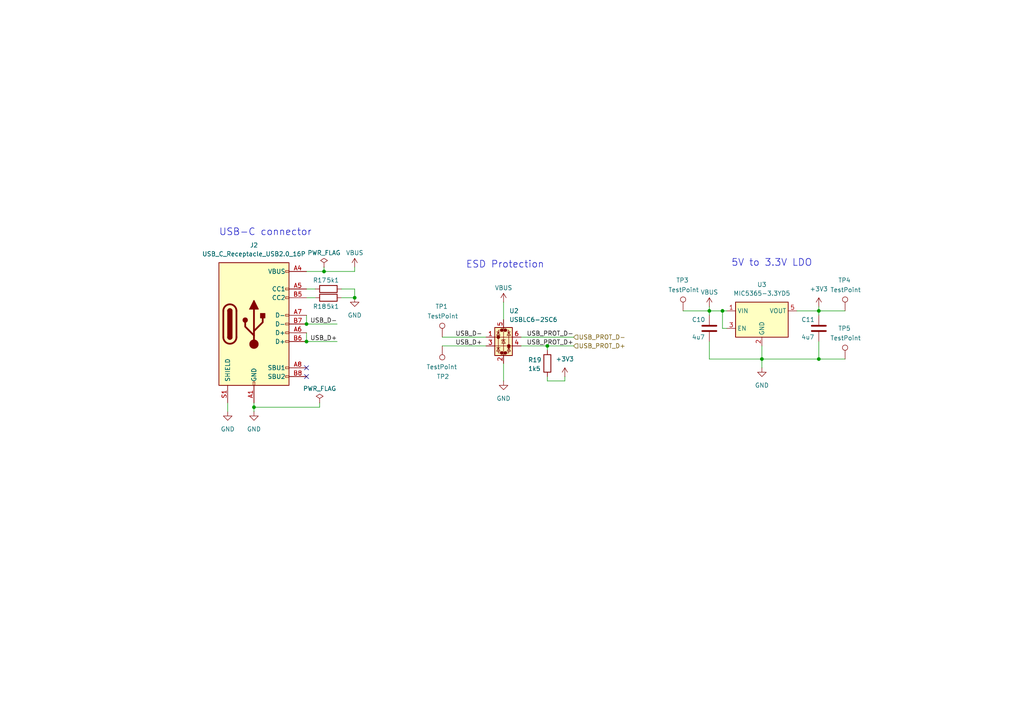
<source format=kicad_sch>
(kicad_sch (version 20231120) (generator "eeschema") (generator_version "8.0")
  (paper "A4")
  (lib_symbols
    (symbol "Connector:TestPoint" (pin_numbers hide) (pin_names (offset 0.762) hide)
      (property "Reference" "TP" (at 0 6.858 0))
      (property "Value" "TestPoint" (at 0 5.08 0))
      (symbol "TestPoint_0_1"
        (circle (center 0 3.302) (radius 0.762))
      )
      (symbol "TestPoint_1_1"
        (pin passive line (at 0 0 90) (length 2.54) (name "1") (number "1"))
      )
    )
    (symbol "Connector:USB_C_Receptacle_USB2.0_16P" (pin_names (offset 1.016))
      (property "Reference" "J" (at 0 22.225 0))
      (property "Value" "USB_C_Receptacle_USB2.0_16P" (at 0 19.685 0))
      (symbol "USB_C_Receptacle_USB2.0_16P_0_0"
        (rectangle (start -0.254 -17.78) (end 0.254 -16.764))
        (rectangle (start 10.16 -14.986) (end 9.144 -15.494))
        (rectangle (start 10.16 -12.446) (end 9.144 -12.954))
        (rectangle (start 10.16 -4.826) (end 9.144 -5.334))
        (rectangle (start 10.16 -2.286) (end 9.144 -2.794))
        (rectangle (start 10.16 0.254) (end 9.144 -0.254))
        (rectangle (start 10.16 2.794) (end 9.144 2.286))
        (rectangle (start 10.16 7.874) (end 9.144 7.366))
        (rectangle (start 10.16 10.414) (end 9.144 9.906))
        (rectangle (start 10.16 15.494) (end 9.144 14.986))
      )
      (symbol "USB_C_Receptacle_USB2.0_16P_0_1"
        (rectangle (start -10.16 17.78) (end 10.16 -17.78) (stroke (width 0.254)) (fill (type background)))
        (arc (start -8.89 -3.81) (mid -6.985 -5.7067) (end -5.08 -3.81) (stroke (width 0.508)))
        (arc (start -7.62 -3.81) (mid -6.985 -4.4423) (end -6.35 -3.81) (stroke (width 0.254)))
        (arc (start -7.62 -3.81) (mid -6.985 -4.4423) (end -6.35 -3.81) (stroke (width 0.254)) (fill (type outline)))
        (rectangle (start -7.62 -3.81) (end -6.35 3.81) (stroke (width 0.254)) (fill (type outline)))
        (arc (start -6.35 3.81) (mid -6.985 4.4423) (end -7.62 3.81) (stroke (width 0.254)))
        (arc (start -6.35 3.81) (mid -6.985 4.4423) (end -7.62 3.81) (stroke (width 0.254)) (fill (type outline)))
        (arc (start -5.08 3.81) (mid -6.985 5.7067) (end -8.89 3.81) (stroke (width 0.508)))
        (circle (center -2.54 1.143) (radius 0.635) (stroke (width 0.254)) (fill (type outline)))
        (circle (center 0 -5.842) (radius 1.27) (fill (type outline)))
        (polyline (pts (xy -8.89 -3.81) (xy -8.89 3.81)) (stroke (width 0.508)))
        (polyline (pts (xy -5.08 3.81) (xy -5.08 -3.81)) (stroke (width 0.508)))
        (polyline (pts (xy 0 -5.842) (xy 0 4.318)) (stroke (width 0.508)))
        (polyline (pts (xy 0 -3.302) (xy -2.54 -0.762) (xy -2.54 0.508)) (stroke (width 0.508)))
        (polyline (pts (xy 0 -2.032) (xy 2.54 0.508) (xy 2.54 1.778)) (stroke (width 0.508)))
        (polyline (pts (xy -1.27 4.318) (xy 0 6.858) (xy 1.27 4.318) (xy -1.27 4.318)) (stroke (width 0.254)) (fill (type outline)))
        (rectangle (start 1.905 1.778) (end 3.175 3.048) (stroke (width 0.254)) (fill (type outline)))
      )
      (symbol "USB_C_Receptacle_USB2.0_16P_1_1"
        (pin passive line (at 0 -22.86 90) (length 5.08) (name "GND") (number "A1"))
        (pin passive line (at 0 -22.86 90) (length 5.08) hide (name "GND") (number "A12"))
        (pin passive line (at 15.24 15.24 180) (length 5.08) (name "VBUS") (number "A4"))
        (pin bidirectional line (at 15.24 10.16 180) (length 5.08) (name "CC1") (number "A5"))
        (pin bidirectional line (at 15.24 -2.54 180) (length 5.08) (name "D+") (number "A6"))
        (pin bidirectional line (at 15.24 2.54 180) (length 5.08) (name "D-") (number "A7"))
        (pin bidirectional line (at 15.24 -12.7 180) (length 5.08) (name "SBU1") (number "A8"))
        (pin passive line (at 15.24 15.24 180) (length 5.08) hide (name "VBUS") (number "A9"))
        (pin passive line (at 0 -22.86 90) (length 5.08) hide (name "GND") (number "B1"))
        (pin passive line (at 0 -22.86 90) (length 5.08) hide (name "GND") (number "B12"))
        (pin passive line (at 15.24 15.24 180) (length 5.08) hide (name "VBUS") (number "B4"))
        (pin bidirectional line (at 15.24 7.62 180) (length 5.08) (name "CC2") (number "B5"))
        (pin bidirectional line (at 15.24 -5.08 180) (length 5.08) (name "D+") (number "B6"))
        (pin bidirectional line (at 15.24 0 180) (length 5.08) (name "D-") (number "B7"))
        (pin bidirectional line (at 15.24 -15.24 180) (length 5.08) (name "SBU2") (number "B8"))
        (pin passive line (at 15.24 15.24 180) (length 5.08) hide (name "VBUS") (number "B9"))
        (pin passive line (at -7.62 -22.86 90) (length 5.08) (name "SHIELD") (number "S1"))
      )
    )
    (symbol "Device:C" (pin_numbers hide) (pin_names (offset 0.254))
      (property "Reference" "C" (at 0.635 2.54 0))
      (property "Value" "C" (at 0.635 -2.54 0))
      (symbol "C_0_1"
        (polyline (pts (xy -2.032 -0.762) (xy 2.032 -0.762)) (stroke (width 0.508)))
        (polyline (pts (xy -2.032 0.762) (xy 2.032 0.762)) (stroke (width 0.508)))
      )
      (symbol "C_1_1"
        (pin passive line (at 0 3.81 270) (length 2.794) (name "~") (number "1"))
        (pin passive line (at 0 -3.81 90) (length 2.794) (name "~") (number "2"))
      )
    )
    (symbol "Device:R" (pin_numbers hide) (pin_names (offset 0))
      (property "Reference" "R" (at 2.032 0 90))
      (property "Value" "R" (at 0 0 90))
      (symbol "R_0_1"
        (rectangle (start -1.016 -2.54) (end 1.016 2.54) (stroke (width 0.254)))
      )
      (symbol "R_1_1"
        (pin passive line (at 0 3.81 270) (length 1.27) (name "~") (number "1"))
        (pin passive line (at 0 -3.81 90) (length 1.27) (name "~") (number "2"))
      )
    )
    (symbol "Power_Protection:USBLC6-2SC6" (pin_names hide)
      (property "Reference" "U" (at 0.635 5.715 0))
      (property "Value" "USBLC6-2SC6" (at 0.635 3.81 0))
      (symbol "USBLC6-2SC6_0_0"
        (circle (center -1.524 0) (radius 0.0001) (stroke (width 0.508)))
        (circle (center -0.508 -4.572) (radius 0.0001) (stroke (width 0.508)))
        (circle (center -0.508 2.032) (radius 0.0001) (stroke (width 0.508)))
        (circle (center 0.508 -4.572) (radius 0.0001) (stroke (width 0.508)))
        (circle (center 0.508 2.032) (radius 0.0001) (stroke (width 0.508)))
        (circle (center 1.524 -2.54) (radius 0.0001) (stroke (width 0.508)))
      )
      (symbol "USBLC6-2SC6_0_1"
        (polyline (pts (xy -2.54 -2.54) (xy 2.54 -2.54)))
        (polyline (pts (xy -2.54 0) (xy 2.54 0)))
        (polyline (pts (xy -2.032 -3.048) (xy -1.016 -3.048)))
        (polyline (pts (xy -1.016 1.524) (xy -2.032 1.524)))
        (polyline (pts (xy 1.016 -3.048) (xy 2.032 -3.048)))
        (polyline (pts (xy 1.016 1.524) (xy 2.032 1.524)))
        (polyline (pts (xy -0.508 -1.143) (xy -0.508 -0.762) (xy 0.508 -0.762)))
        (polyline (pts (xy -2.032 0.508) (xy -1.016 0.508) (xy -1.524 1.524) (xy -2.032 0.508)))
        (polyline (pts (xy -1.016 -4.064) (xy -2.032 -4.064) (xy -1.524 -3.048) (xy -1.016 -4.064)))
        (polyline (pts (xy 0.508 -1.778) (xy -0.508 -1.778) (xy 0 -0.762) (xy 0.508 -1.778)))
        (polyline (pts (xy 2.032 -4.064) (xy 1.016 -4.064) (xy 1.524 -3.048) (xy 2.032 -4.064)))
        (polyline (pts (xy 2.032 0.508) (xy 1.016 0.508) (xy 1.524 1.524) (xy 2.032 0.508)))
        (polyline (pts (xy 0 2.54) (xy -0.508 2.032) (xy 0.508 2.032) (xy 0 1.524) (xy 0 -4.064) (xy -0.508 -4.572) (xy 0.508 -4.572) (xy 0 -5.08)))
      )
      (symbol "USBLC6-2SC6_1_1"
        (rectangle (start -2.54 2.794) (end 2.54 -5.334) (stroke (width 0.254)) (fill (type background)))
        (polyline (pts (xy -0.508 2.032) (xy -1.524 2.032) (xy -1.524 -4.572) (xy -0.508 -4.572)))
        (polyline (pts (xy 0.508 -4.572) (xy 1.524 -4.572) (xy 1.524 2.032) (xy 0.508 2.032)))
        (pin passive line (at -5.08 0 0) (length 2.54) (name "I/O1") (number "1"))
        (pin passive line (at 0 -7.62 90) (length 2.54) (name "GND") (number "2"))
        (pin passive line (at -5.08 -2.54 0) (length 2.54) (name "I/O2") (number "3"))
        (pin passive line (at 5.08 -2.54 180) (length 2.54) (name "I/O2") (number "4"))
        (pin passive line (at 0 5.08 270) (length 2.54) (name "VBUS") (number "5"))
        (pin passive line (at 5.08 0 180) (length 2.54) (name "I/O1") (number "6"))
      )
    )
    (symbol "Regulator_Linear:MIC5365-3.3YD5"
      (property "Reference" "U" (at -7.62 6.35 0))
      (property "Value" "MIC5365-3.3YD5" (at 0 6.35 0))
      (symbol "MIC5365-3.3YD5_0_1"
        (rectangle (start -7.62 -5.08) (end 7.62 5.08) (stroke (width 0.254)) (fill (type background)))
      )
      (symbol "MIC5365-3.3YD5_1_1"
        (pin power_in line (at -10.16 2.54 0) (length 2.54) (name "VIN") (number "1"))
        (pin power_in line (at 0 -7.62 90) (length 2.54) (name "GND") (number "2"))
        (pin input line (at -10.16 -2.54 0) (length 2.54) (name "EN") (number "3"))
        (pin no_connect line (at 7.62 -2.54 180) (length 2.54) hide (name "NC") (number "4"))
        (pin power_out line (at 10.16 2.54 180) (length 2.54) (name "VOUT") (number "5"))
      )
    )
    (symbol "power:+3V3" (power) (pin_numbers hide) (pin_names (offset 0) hide)
      (property "Value" "+3V3" (at 0 3.556 0))
      (symbol "+3V3_0_1"
        (polyline (pts (xy -0.762 1.27) (xy 0 2.54)))
        (polyline (pts (xy 0 0) (xy 0 2.54)))
        (polyline (pts (xy 0 2.54) (xy 0.762 1.27)))
      )
      (symbol "+3V3_1_1"
        (pin power_in line (at 0 0 90) (length 0) (name "~") (number "1"))
      )
    )
    (symbol "power:GND" (power) (pin_numbers hide) (pin_names (offset 0) hide)
      (property "Value" "GND" (at 0 -3.81 0))
      (symbol "GND_0_1"
        (polyline (pts (xy 0 0) (xy 0 -1.27) (xy 1.27 -1.27) (xy 0 -2.54) (xy -1.27 -1.27) (xy 0 -1.27)))
      )
      (symbol "GND_1_1"
        (pin power_in line (at 0 0 270) (length 0) (name "~") (number "1"))
      )
    )
    (symbol "power:PWR_FLAG" (power) (pin_numbers hide) (pin_names (offset 0) hide)
      (property "Value" "PWR_FLAG" (at 0 3.81 0))
      (symbol "PWR_FLAG_0_0"
        (pin power_out line (at 0 0 90) (length 0) (name "~") (number "1"))
      )
      (symbol "PWR_FLAG_0_1"
        (polyline (pts (xy 0 0) (xy 0 1.27) (xy -1.016 1.905) (xy 0 2.54) (xy 1.016 1.905) (xy 0 1.27)))
      )
    )
    (symbol "power:VBUS" (power) (pin_numbers hide) (pin_names (offset 0) hide)
      (property "Value" "VBUS" (at 0 3.556 0))
      (symbol "VBUS_0_1"
        (polyline (pts (xy -0.762 1.27) (xy 0 2.54)))
        (polyline (pts (xy 0 0) (xy 0 2.54)))
        (polyline (pts (xy 0 2.54) (xy 0.762 1.27)))
      )
      (symbol "VBUS_1_1"
        (pin power_in line (at 0 0 90) (length 0) (name "~") (number "1"))
      )
    )
  )
  (junction (at 205.74 90.17))
  (junction (at 237.49 90.17))
  (junction (at 237.49 104.14))
  (junction (at 102.87 86.36))
  (junction (at 88.9 93.98))
  (junction (at 209.55 90.17))
  (junction (at 220.98 104.14))
  (junction (at 158.75 100.33))
  (junction (at 93.98 78.74))
  (junction (at 88.9 99.06))
  (junction (at 73.66 118.11))
  (no_connect (at 88.9 109.22))
  (no_connect (at 88.9 106.68))
  (wire (pts (xy 237.49 90.17) (xy 237.49 91.44)))
  (wire (pts (xy 205.74 99.06) (xy 205.74 104.14)))
  (wire (pts (xy 66.04 116.84) (xy 66.04 119.38)))
  (wire (pts (xy 88.9 86.36) (xy 91.44 86.36)))
  (wire (pts (xy 220.98 100.33) (xy 220.98 104.14)))
  (wire (pts (xy 158.75 110.49) (xy 163.83 110.49)))
  (wire (pts (xy 158.75 109.22) (xy 158.75 110.49)))
  (wire (pts (xy 128.27 100.33) (xy 140.97 100.33)))
  (wire (pts (xy 88.9 96.52) (xy 88.9 99.06)))
  (wire (pts (xy 73.66 116.84) (xy 73.66 118.11)))
  (wire (pts (xy 220.98 104.14) (xy 237.49 104.14)))
  (wire (pts (xy 88.9 99.06) (xy 97.79 99.06)))
  (wire (pts (xy 158.75 100.33) (xy 166.37 100.33)))
  (wire (pts (xy 88.9 93.98) (xy 97.79 93.98)))
  (wire (pts (xy 163.83 110.49) (xy 163.83 109.22)))
  (wire (pts (xy 237.49 88.9) (xy 237.49 90.17)))
  (wire (pts (xy 151.13 100.33) (xy 158.75 100.33)))
  (wire (pts (xy 73.66 118.11) (xy 73.66 119.38)))
  (wire (pts (xy 102.87 77.47) (xy 102.87 78.74)))
  (wire (pts (xy 220.98 106.68) (xy 220.98 104.14)))
  (wire (pts (xy 209.55 90.17) (xy 209.55 95.25)))
  (wire (pts (xy 151.13 97.79) (xy 166.37 97.79)))
  (wire (pts (xy 146.05 105.41) (xy 146.05 110.49)))
  (wire (pts (xy 237.49 104.14) (xy 245.11 104.14)))
  (wire (pts (xy 88.9 91.44) (xy 88.9 93.98)))
  (wire (pts (xy 205.74 90.17) (xy 209.55 90.17)))
  (wire (pts (xy 93.98 78.74) (xy 102.87 78.74)))
  (wire (pts (xy 146.05 87.63) (xy 146.05 92.71)))
  (wire (pts (xy 158.75 100.33) (xy 158.75 101.6)))
  (wire (pts (xy 88.9 78.74) (xy 93.98 78.74)))
  (wire (pts (xy 205.74 90.17) (xy 205.74 91.44)))
  (wire (pts (xy 198.12 90.17) (xy 205.74 90.17)))
  (wire (pts (xy 210.82 95.25) (xy 209.55 95.25)))
  (wire (pts (xy 102.87 83.82) (xy 102.87 86.36)))
  (wire (pts (xy 99.06 86.36) (xy 102.87 86.36)))
  (wire (pts (xy 205.74 88.9) (xy 205.74 90.17)))
  (wire (pts (xy 237.49 99.06) (xy 237.49 104.14)))
  (wire (pts (xy 99.06 83.82) (xy 102.87 83.82)))
  (wire (pts (xy 209.55 90.17) (xy 210.82 90.17)))
  (wire (pts (xy 93.98 77.47) (xy 93.98 78.74)))
  (wire (pts (xy 237.49 90.17) (xy 245.11 90.17)))
  (wire (pts (xy 128.27 97.79) (xy 140.97 97.79)))
  (wire (pts (xy 88.9 83.82) (xy 91.44 83.82)))
  (wire (pts (xy 92.71 116.84) (xy 92.71 118.11)))
  (wire (pts (xy 231.14 90.17) (xy 237.49 90.17)))
  (wire (pts (xy 92.71 118.11) (xy 73.66 118.11)))
  (wire (pts (xy 205.74 104.14) (xy 220.98 104.14)))
  (text "USB-C connector" (at 63.5 68.58 0) (effects (font (size 2 2)) (justify left bottom)))
  (text "ESD Protection" (at 135.128 77.978 0) (effects (font (size 2 2)) (justify left bottom)))
  (text "5V to 3.3V LDO" (at 212.09 77.47 0) (effects (font (size 2 2)) (justify left bottom)))
  (label "USB_PROT_D-" (at 166.37 97.79 180))
  (label "USB_PROT_D+" (at 166.37 100.33 180))
  (label "USB_D-" (at 132.08 97.79 0))
  (label "USB_D+" (at 132.08 100.33 0))
  (label "USB_D+" (at 97.79 99.06 180))
  (label "USB_D-" (at 97.79 93.98 180))
  (hierarchical_label "USB_PROT_D-" (shape input) (at 166.37 97.79 0))
  (hierarchical_label "USB_PROT_D+" (shape input) (at 166.37 100.33 0))
  (symbol (lib_id "Device:C") (at 205.74 95.25 0) (unit 1)
    (property "Reference" "C10" (at 200.66 92.71 0) (effects (justify left)))
    (property "Value" "4u7" (at 200.66 97.79 0) (effects (justify left)))
    (property "Footprint" "Capacitor_SMD:C_0805_2012Metric" (effects (hide yes)))
    (property "Datasheet" "https://datasheet.lcsc.com/lcsc/2304140030_Samsung-Electro-Mechanics-CL21A475KAQNNNE_C1779.pdf" (effects (hide yes)))
    (property "Manufracturer" "Samsung Electro-Mechanics" (effects (hide yes)))
    (property "Manufracturer Part Number" "CL21A475KAQNNNE" (effects (hide yes)))
    (property "JLCPCB Part" "C1779" (effects (hide yes)))
  )
  (symbol (lib_id "Connector:TestPoint") (at 128.27 97.79 0) (unit 1)
    (property "Reference" "TP1" (at 126.238 88.9 0) (effects (justify left)))
    (property "Value" "TestPoint" (at 123.952 91.694 0) (effects (justify left)))
    (property "Footprint" "TestPoint:TestPoint_Pad_D1.5mm" (effects (hide yes)))
    (property "Description" "test point" (effects (hide yes)))
  )
  (symbol (lib_id "Device:R") (at 95.25 86.36 90) (unit 1)
    (property "Reference" "R18" (at 92.71 88.9 90))
    (property "Value" "5k1" (at 96.52 88.9 90))
    (property "Footprint" "Resistor_SMD:R_0603_1608Metric" (effects (hide yes)))
    (property "Datasheet" "https://www.lcsc.com/datasheet/lcsc_datasheet_2206010116_UNI-ROYAL-Uniroyal-Elec-0603WAF5101T5E_C23186.pdf" (effects (hide yes)))
    (property "Manufracturer" "UNI-ROYAL(Uniroyal Elec)" (effects (hide yes)))
    (property "Manufracturer Part Number" "0603WAF5101T5E" (effects (hide yes)))
    (property "JLCPCB Part" "C23186" (effects (hide yes)))
  )
  (symbol (lib_id "power:+3V3") (at 237.49 88.9 0) (unit 1)
    (property "Reference" "#PWR039" (effects (hide yes)))
    (property "Value" "+3V3" (at 237.49 83.82 0))
    (property "Description" "Power symbol creates a global label with name \"+3V3\"" (effects (hide yes)))
  )
  (symbol (lib_id "Regulator_Linear:MIC5365-3.3YD5") (at 220.98 92.71 0) (unit 1)
    (property "Reference" "U3" (at 220.98 82.55 0))
    (property "Value" "MIC5365-3.3YD5" (at 220.98 85.09 0))
    (property "Footprint" "Package_TO_SOT_SMD:SOT-23-5" (effects (hide yes)))
    (property "Datasheet" "https://datasheet.lcsc.com/lcsc/1811131510_MICRONE-Nanjing-Micro-One-Elec-ME6211C33M5G-N_C82942.pdf" (effects (hide yes)))
    (property "Manufracturer" "MICRONE(Nanjing Micro One Elec)" (effects (hide yes)))
    (property "Manufracturer Part Number" "ME6211C33M5G-N" (effects (hide yes)))
    (property "JLCPCB Part" "C82942" (effects (hide yes)))
  )
  (symbol (lib_id "Device:R") (at 95.25 83.82 90) (unit 1)
    (property "Reference" "R17" (at 92.71 81.28 90))
    (property "Value" "5k1" (at 96.52 81.28 90))
    (property "Footprint" "Resistor_SMD:R_0603_1608Metric" (effects (hide yes)))
    (property "Datasheet" "https://www.lcsc.com/datasheet/lcsc_datasheet_2206010116_UNI-ROYAL-Uniroyal-Elec-0603WAF5101T5E_C23186.pdf" (effects (hide yes)))
    (property "Manufracturer" "UNI-ROYAL(Uniroyal Elec)" (effects (hide yes)))
    (property "Manufracturer Part Number" "0603WAF5101T5E" (effects (hide yes)))
    (property "JLCPCB Part" "C23186" (effects (hide yes)))
  )
  (symbol (lib_id "power:GND") (at 146.05 110.49 0) (unit 1)
    (property "Reference" "#PWR035" (effects (hide yes)))
    (property "Value" "GND" (at 146.05 115.57 0))
    (property "Description" "Power symbol creates a global label with name \"GND\" , ground" (effects (hide yes)))
  )
  (symbol (lib_id "Power_Protection:USBLC6-2SC6") (at 146.05 97.79 0) (unit 1)
    (property "Reference" "U2" (at 147.7011 90.17 0) (effects (justify left)))
    (property "Value" "USBLC6-2SC6" (at 147.7011 92.71 0) (effects (justify left)))
    (property "Footprint" "Package_TO_SOT_SMD:SOT-23-6" (effects (hide yes)))
    (property "Datasheet" "https://www.st.com/resource/en/datasheet/usblc6-2.pdf" (effects (hide yes)))
    (property "Description" "Very low capacitance ESD protection diode, 2 data-line, SOT-23-6" (effects (hide yes)))
  )
  (symbol (lib_id "Connector:TestPoint") (at 245.11 104.14 0) (unit 1)
    (property "Reference" "TP5" (at 243.078 95.25 0) (effects (justify left)))
    (property "Value" "TestPoint" (at 240.792 98.044 0) (effects (justify left)))
    (property "Footprint" "TestPoint:TestPoint_Pad_D1.5mm" (effects (hide yes)))
    (property "Description" "test point" (effects (hide yes)))
  )
  (symbol (lib_id "power:GND") (at 220.98 106.68 0) (unit 1)
    (property "Reference" "#PWR038" (effects (hide yes)))
    (property "Value" "GND" (at 220.98 111.76 0))
    (property "Description" "Power symbol creates a global label with name \"GND\" , ground" (effects (hide yes)))
  )
  (symbol (lib_id "power:+3V3") (at 163.83 109.22 0) (unit 1)
    (property "Reference" "#PWR044" (effects (hide yes)))
    (property "Value" "+3V3" (at 163.83 104.14 0))
    (property "Description" "Power symbol creates a global label with name \"+3V3\"" (effects (hide yes)))
  )
  (symbol (lib_id "power:VBUS") (at 146.05 87.63 0) (unit 1)
    (property "Reference" "#PWR034" (effects (hide yes)))
    (property "Value" "VBUS" (at 146.05 83.4969 0))
    (property "Description" "Power symbol creates a global label with name \"VBUS\"" (effects (hide yes)))
  )
  (symbol (lib_id "power:GND") (at 73.66 119.38 0) (unit 1)
    (property "Reference" "#PWR031" (effects (hide yes)))
    (property "Value" "GND" (at 73.66 124.46 0))
    (property "Description" "Power symbol creates a global label with name \"GND\" , ground" (effects (hide yes)))
  )
  (symbol (lib_id "power:GND") (at 102.87 86.36 0) (unit 1)
    (property "Reference" "#PWR033" (effects (hide yes)))
    (property "Value" "GND" (at 102.87 91.44 0))
    (property "Description" "Power symbol creates a global label with name \"GND\" , ground" (effects (hide yes)))
  )
  (symbol (lib_id "Connector:USB_C_Receptacle_USB2.0_16P") (at 73.66 93.98 0) (unit 1)
    (property "Reference" "J2" (at 73.66 71.12 0))
    (property "Value" "USB_C_Receptacle_USB2.0_16P" (at 73.66 73.66 0))
    (property "Footprint" "NiasStuff:USB_C_Receptacle_G-Switch_GT-USB-7010ASV" (effects (hide yes)))
    (property "Datasheet" "https://www.lcsc.com/datasheet/lcsc_datasheet_2312191005_G-Switch-GT-USB-7010C_C2843967.pdf" (effects (hide yes)))
    (property "Description" "USB 2.0-only 16P Type-C Receptacle connector" (effects (hide yes)))
    (property "JLCPCB Part" "C2843967" (effects (hide yes)))
    (property "Manufracturer" "G-Switch" (effects (hide yes)))
    (property "Manufracturer Part Number" "GT-USB-7010C" (effects (hide yes)))
  )
  (symbol (lib_id "power:VBUS") (at 102.87 77.47 0) (unit 1)
    (property "Reference" "#PWR032" (effects (hide yes)))
    (property "Value" "VBUS" (at 102.87 73.3369 0))
    (property "Description" "Power symbol creates a global label with name \"VBUS\"" (effects (hide yes)))
  )
  (symbol (lib_id "power:PWR_FLAG") (at 92.71 116.84 0) (unit 1)
    (property "Reference" "#FLG01" (effects (hide yes)))
    (property "Value" "PWR_FLAG" (at 92.71 112.7069 0))
    (property "Description" "Special symbol for telling ERC where power comes from" (effects (hide yes)))
  )
  (symbol (lib_id "Connector:TestPoint") (at 245.11 90.17 0) (unit 1)
    (property "Reference" "TP4" (at 243.078 81.28 0) (effects (justify left)))
    (property "Value" "TestPoint" (at 240.792 84.074 0) (effects (justify left)))
    (property "Footprint" "TestPoint:TestPoint_Pad_D1.5mm" (effects (hide yes)))
    (property "Description" "test point" (effects (hide yes)))
  )
  (symbol (lib_id "Device:C") (at 237.49 95.25 0) (unit 1)
    (property "Reference" "C11" (at 232.41 92.71 0) (effects (justify left)))
    (property "Value" "4u7" (at 232.41 97.79 0) (effects (justify left)))
    (property "Footprint" "Capacitor_SMD:C_0805_2012Metric" (effects (hide yes)))
    (property "Datasheet" "https://datasheet.lcsc.com/lcsc/2304140030_Samsung-Electro-Mechanics-CL21A475KAQNNNE_C1779.pdf" (effects (hide yes)))
    (property "Manufracturer" "Samsung Electro-Mechanics" (effects (hide yes)))
    (property "Manufracturer Part Number" "CL21A475KAQNNNE" (effects (hide yes)))
    (property "JLCPCB Part" "C1779" (effects (hide yes)))
  )
  (symbol (lib_id "Connector:TestPoint") (at 198.12 90.17 0) (unit 1)
    (property "Reference" "TP3" (at 196.088 81.28 0) (effects (justify left)))
    (property "Value" "TestPoint" (at 193.802 84.074 0) (effects (justify left)))
    (property "Footprint" "TestPoint:TestPoint_Pad_D1.5mm" (effects (hide yes)))
    (property "Description" "test point" (effects (hide yes)))
  )
  (symbol (lib_id "power:GND") (at 66.04 119.38 0) (unit 1)
    (property "Reference" "#PWR030" (effects (hide yes)))
    (property "Value" "GND" (at 66.04 124.46 0))
    (property "Description" "Power symbol creates a global label with name \"GND\" , ground" (effects (hide yes)))
  )
  (symbol (lib_id "power:VBUS") (at 205.74 88.9 0) (unit 1)
    (property "Reference" "#PWR037" (effects (hide yes)))
    (property "Value" "VBUS" (at 205.74 84.7669 0))
    (property "Description" "Power symbol creates a global label with name \"VBUS\"" (effects (hide yes)))
  )
  (symbol (lib_id "Device:R") (at 158.75 105.41 0) (unit 1)
    (property "Reference" "R19" (at 153.162 104.394 0) (effects (justify left)))
    (property "Value" "1k5" (at 153.162 106.934 0) (effects (justify left)))
    (property "Footprint" "Resistor_SMD:R_0805_2012Metric" (effects (hide yes)))
    (property "Datasheet" "https://www.lcsc.com/datasheet/lcsc_datasheet_2206010216_UNI-ROYAL-Uniroyal-Elec-0805W8F1501T5E_C4310.pdf" (effects (hide yes)))
    (property "Description" "Resistor" (effects (hide yes)))
    (property "JLCPCB Part" "C4310" (effects (hide yes)))
    (property "Manufracturer" "UNI-ROYAL(Uniroyal Elec)" (effects (hide yes)))
    (property "Manufracturer Part Number" "0805W8F1501T5E" (effects (hide yes)))
  )
  (symbol (lib_id "Connector:TestPoint") (at 128.27 100.33 180) (unit 1)
    (property "Reference" "TP2" (at 130.302 109.22 0) (effects (justify left)))
    (property "Value" "TestPoint" (at 132.588 106.426 0) (effects (justify left)))
    (property "Footprint" "TestPoint:TestPoint_Pad_D1.5mm" (effects (hide yes)))
    (property "Description" "test point" (effects (hide yes)))
  )
  (symbol (lib_id "power:PWR_FLAG") (at 93.98 77.47 0) (unit 1)
    (property "Reference" "#FLG02" (effects (hide yes)))
    (property "Value" "PWR_FLAG" (at 93.98 73.3369 0))
    (property "Description" "Special symbol for telling ERC where power comes from" (effects (hide yes)))
  )
)
</source>
